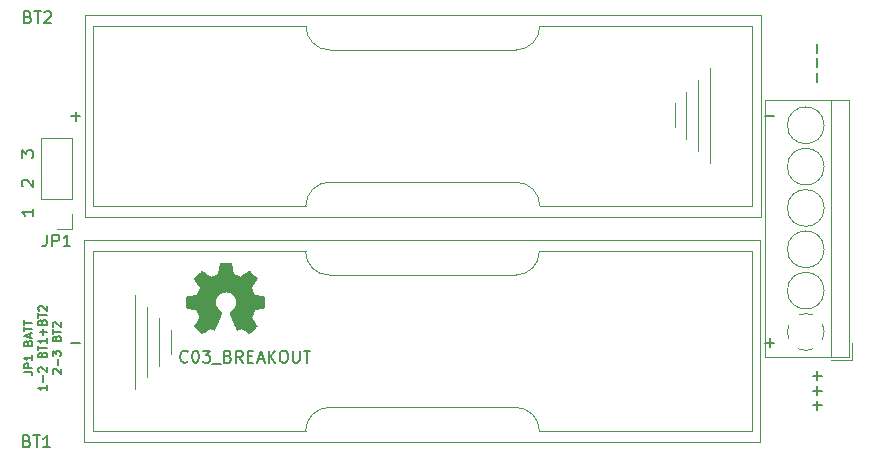
<source format=gbr>
G04 #@! TF.GenerationSoftware,KiCad,Pcbnew,5.1.5-52549c5~86~ubuntu18.04.1*
G04 #@! TF.CreationDate,2020-09-09T16:53:46-05:00*
G04 #@! TF.ProjectId,C03,4330332e-6b69-4636-9164-5f7063625858,rev?*
G04 #@! TF.SameCoordinates,Original*
G04 #@! TF.FileFunction,Legend,Top*
G04 #@! TF.FilePolarity,Positive*
%FSLAX46Y46*%
G04 Gerber Fmt 4.6, Leading zero omitted, Abs format (unit mm)*
G04 Created by KiCad (PCBNEW 5.1.5-52549c5~86~ubuntu18.04.1) date 2020-09-09 16:53:46*
%MOMM*%
%LPD*%
G04 APERTURE LIST*
%ADD10C,0.150000*%
%ADD11C,0.010000*%
%ADD12C,0.120000*%
G04 APERTURE END LIST*
D10*
X87726828Y-26619047D02*
X87726828Y-25857142D01*
X87726828Y-25380952D02*
X87726828Y-24619047D01*
X87726828Y-24142857D02*
X87726828Y-23380952D01*
X87726828Y-54374847D02*
X87726828Y-53612942D01*
X88107780Y-53993895D02*
X87345876Y-53993895D01*
X87726828Y-53136752D02*
X87726828Y-52374847D01*
X88107780Y-52755800D02*
X87345876Y-52755800D01*
X87726828Y-51898657D02*
X87726828Y-51136752D01*
X88107780Y-51517704D02*
X87345876Y-51517704D01*
X34435066Y-50293542D02*
X34387447Y-50341161D01*
X34244590Y-50388780D01*
X34149352Y-50388780D01*
X34006495Y-50341161D01*
X33911257Y-50245923D01*
X33863638Y-50150685D01*
X33816019Y-49960209D01*
X33816019Y-49817352D01*
X33863638Y-49626876D01*
X33911257Y-49531638D01*
X34006495Y-49436400D01*
X34149352Y-49388780D01*
X34244590Y-49388780D01*
X34387447Y-49436400D01*
X34435066Y-49484019D01*
X35054114Y-49388780D02*
X35149352Y-49388780D01*
X35244590Y-49436400D01*
X35292209Y-49484019D01*
X35339828Y-49579257D01*
X35387447Y-49769733D01*
X35387447Y-50007828D01*
X35339828Y-50198304D01*
X35292209Y-50293542D01*
X35244590Y-50341161D01*
X35149352Y-50388780D01*
X35054114Y-50388780D01*
X34958876Y-50341161D01*
X34911257Y-50293542D01*
X34863638Y-50198304D01*
X34816019Y-50007828D01*
X34816019Y-49769733D01*
X34863638Y-49579257D01*
X34911257Y-49484019D01*
X34958876Y-49436400D01*
X35054114Y-49388780D01*
X35720780Y-49388780D02*
X36339828Y-49388780D01*
X36006495Y-49769733D01*
X36149352Y-49769733D01*
X36244590Y-49817352D01*
X36292209Y-49864971D01*
X36339828Y-49960209D01*
X36339828Y-50198304D01*
X36292209Y-50293542D01*
X36244590Y-50341161D01*
X36149352Y-50388780D01*
X35863638Y-50388780D01*
X35768400Y-50341161D01*
X35720780Y-50293542D01*
X36530304Y-50484019D02*
X37292209Y-50484019D01*
X37863638Y-49864971D02*
X38006495Y-49912590D01*
X38054114Y-49960209D01*
X38101733Y-50055447D01*
X38101733Y-50198304D01*
X38054114Y-50293542D01*
X38006495Y-50341161D01*
X37911257Y-50388780D01*
X37530304Y-50388780D01*
X37530304Y-49388780D01*
X37863638Y-49388780D01*
X37958876Y-49436400D01*
X38006495Y-49484019D01*
X38054114Y-49579257D01*
X38054114Y-49674495D01*
X38006495Y-49769733D01*
X37958876Y-49817352D01*
X37863638Y-49864971D01*
X37530304Y-49864971D01*
X39101733Y-50388780D02*
X38768400Y-49912590D01*
X38530304Y-50388780D02*
X38530304Y-49388780D01*
X38911257Y-49388780D01*
X39006495Y-49436400D01*
X39054114Y-49484019D01*
X39101733Y-49579257D01*
X39101733Y-49722114D01*
X39054114Y-49817352D01*
X39006495Y-49864971D01*
X38911257Y-49912590D01*
X38530304Y-49912590D01*
X39530304Y-49864971D02*
X39863638Y-49864971D01*
X40006495Y-50388780D02*
X39530304Y-50388780D01*
X39530304Y-49388780D01*
X40006495Y-49388780D01*
X40387447Y-50103066D02*
X40863638Y-50103066D01*
X40292209Y-50388780D02*
X40625542Y-49388780D01*
X40958876Y-50388780D01*
X41292209Y-50388780D02*
X41292209Y-49388780D01*
X41863638Y-50388780D02*
X41435066Y-49817352D01*
X41863638Y-49388780D02*
X41292209Y-49960209D01*
X42482685Y-49388780D02*
X42673161Y-49388780D01*
X42768400Y-49436400D01*
X42863638Y-49531638D01*
X42911257Y-49722114D01*
X42911257Y-50055447D01*
X42863638Y-50245923D01*
X42768400Y-50341161D01*
X42673161Y-50388780D01*
X42482685Y-50388780D01*
X42387447Y-50341161D01*
X42292209Y-50245923D01*
X42244590Y-50055447D01*
X42244590Y-49722114D01*
X42292209Y-49531638D01*
X42387447Y-49436400D01*
X42482685Y-49388780D01*
X43339828Y-49388780D02*
X43339828Y-50198304D01*
X43387447Y-50293542D01*
X43435066Y-50341161D01*
X43530304Y-50388780D01*
X43720780Y-50388780D01*
X43816019Y-50341161D01*
X43863638Y-50293542D01*
X43911257Y-50198304D01*
X43911257Y-49388780D01*
X44244590Y-49388780D02*
X44816019Y-49388780D01*
X44530304Y-50388780D02*
X44530304Y-49388780D01*
X20590866Y-51182333D02*
X21090866Y-51182333D01*
X21190866Y-51215666D01*
X21257533Y-51282333D01*
X21290866Y-51382333D01*
X21290866Y-51449000D01*
X21290866Y-50849000D02*
X20590866Y-50849000D01*
X20590866Y-50582333D01*
X20624200Y-50515666D01*
X20657533Y-50482333D01*
X20724200Y-50449000D01*
X20824200Y-50449000D01*
X20890866Y-50482333D01*
X20924200Y-50515666D01*
X20957533Y-50582333D01*
X20957533Y-50849000D01*
X21290866Y-49782333D02*
X21290866Y-50182333D01*
X21290866Y-49982333D02*
X20590866Y-49982333D01*
X20690866Y-50049000D01*
X20757533Y-50115666D01*
X20790866Y-50182333D01*
X20924200Y-48715666D02*
X20957533Y-48615666D01*
X20990866Y-48582333D01*
X21057533Y-48549000D01*
X21157533Y-48549000D01*
X21224200Y-48582333D01*
X21257533Y-48615666D01*
X21290866Y-48682333D01*
X21290866Y-48949000D01*
X20590866Y-48949000D01*
X20590866Y-48715666D01*
X20624200Y-48649000D01*
X20657533Y-48615666D01*
X20724200Y-48582333D01*
X20790866Y-48582333D01*
X20857533Y-48615666D01*
X20890866Y-48649000D01*
X20924200Y-48715666D01*
X20924200Y-48949000D01*
X21090866Y-48282333D02*
X21090866Y-47949000D01*
X21290866Y-48349000D02*
X20590866Y-48115666D01*
X21290866Y-47882333D01*
X20590866Y-47749000D02*
X20590866Y-47349000D01*
X21290866Y-47549000D02*
X20590866Y-47549000D01*
X20590866Y-47215666D02*
X20590866Y-46815666D01*
X21290866Y-47015666D02*
X20590866Y-47015666D01*
X22490866Y-52315666D02*
X22490866Y-52715666D01*
X22490866Y-52515666D02*
X21790866Y-52515666D01*
X21890866Y-52582333D01*
X21957533Y-52649000D01*
X21990866Y-52715666D01*
X22224200Y-52015666D02*
X22224200Y-51482333D01*
X21857533Y-51182333D02*
X21824200Y-51149000D01*
X21790866Y-51082333D01*
X21790866Y-50915666D01*
X21824200Y-50849000D01*
X21857533Y-50815666D01*
X21924200Y-50782333D01*
X21990866Y-50782333D01*
X22090866Y-50815666D01*
X22490866Y-51215666D01*
X22490866Y-50782333D01*
X22124200Y-49715666D02*
X22157533Y-49615666D01*
X22190866Y-49582333D01*
X22257533Y-49549000D01*
X22357533Y-49549000D01*
X22424200Y-49582333D01*
X22457533Y-49615666D01*
X22490866Y-49682333D01*
X22490866Y-49949000D01*
X21790866Y-49949000D01*
X21790866Y-49715666D01*
X21824200Y-49649000D01*
X21857533Y-49615666D01*
X21924200Y-49582333D01*
X21990866Y-49582333D01*
X22057533Y-49615666D01*
X22090866Y-49649000D01*
X22124200Y-49715666D01*
X22124200Y-49949000D01*
X21790866Y-49349000D02*
X21790866Y-48949000D01*
X22490866Y-49149000D02*
X21790866Y-49149000D01*
X22490866Y-48349000D02*
X22490866Y-48749000D01*
X22490866Y-48549000D02*
X21790866Y-48549000D01*
X21890866Y-48615666D01*
X21957533Y-48682333D01*
X21990866Y-48749000D01*
X22224200Y-48049000D02*
X22224200Y-47515666D01*
X22490866Y-47782333D02*
X21957533Y-47782333D01*
X22124200Y-46949000D02*
X22157533Y-46849000D01*
X22190866Y-46815666D01*
X22257533Y-46782333D01*
X22357533Y-46782333D01*
X22424200Y-46815666D01*
X22457533Y-46849000D01*
X22490866Y-46915666D01*
X22490866Y-47182333D01*
X21790866Y-47182333D01*
X21790866Y-46949000D01*
X21824200Y-46882333D01*
X21857533Y-46849000D01*
X21924200Y-46815666D01*
X21990866Y-46815666D01*
X22057533Y-46849000D01*
X22090866Y-46882333D01*
X22124200Y-46949000D01*
X22124200Y-47182333D01*
X21790866Y-46582333D02*
X21790866Y-46182333D01*
X22490866Y-46382333D02*
X21790866Y-46382333D01*
X21857533Y-45982333D02*
X21824200Y-45949000D01*
X21790866Y-45882333D01*
X21790866Y-45715666D01*
X21824200Y-45649000D01*
X21857533Y-45615666D01*
X21924200Y-45582333D01*
X21990866Y-45582333D01*
X22090866Y-45615666D01*
X22490866Y-46015666D01*
X22490866Y-45582333D01*
X23057533Y-51332333D02*
X23024200Y-51299000D01*
X22990866Y-51232333D01*
X22990866Y-51065666D01*
X23024200Y-50999000D01*
X23057533Y-50965666D01*
X23124200Y-50932333D01*
X23190866Y-50932333D01*
X23290866Y-50965666D01*
X23690866Y-51365666D01*
X23690866Y-50932333D01*
X23424200Y-50632333D02*
X23424200Y-50099000D01*
X22990866Y-49832333D02*
X22990866Y-49399000D01*
X23257533Y-49632333D01*
X23257533Y-49532333D01*
X23290866Y-49465666D01*
X23324200Y-49432333D01*
X23390866Y-49399000D01*
X23557533Y-49399000D01*
X23624200Y-49432333D01*
X23657533Y-49465666D01*
X23690866Y-49532333D01*
X23690866Y-49732333D01*
X23657533Y-49799000D01*
X23624200Y-49832333D01*
X23324200Y-48332333D02*
X23357533Y-48232333D01*
X23390866Y-48199000D01*
X23457533Y-48165666D01*
X23557533Y-48165666D01*
X23624200Y-48199000D01*
X23657533Y-48232333D01*
X23690866Y-48299000D01*
X23690866Y-48565666D01*
X22990866Y-48565666D01*
X22990866Y-48332333D01*
X23024200Y-48265666D01*
X23057533Y-48232333D01*
X23124200Y-48199000D01*
X23190866Y-48199000D01*
X23257533Y-48232333D01*
X23290866Y-48265666D01*
X23324200Y-48332333D01*
X23324200Y-48565666D01*
X22990866Y-47965666D02*
X22990866Y-47565666D01*
X23690866Y-47765666D02*
X22990866Y-47765666D01*
X23057533Y-47365666D02*
X23024200Y-47332333D01*
X22990866Y-47265666D01*
X22990866Y-47099000D01*
X23024200Y-47032333D01*
X23057533Y-46999000D01*
X23124200Y-46965666D01*
X23190866Y-46965666D01*
X23290866Y-46999000D01*
X23690866Y-47399000D01*
X23690866Y-46965666D01*
X21381980Y-37369476D02*
X21381980Y-37940904D01*
X21381980Y-37655190D02*
X20381980Y-37655190D01*
X20524838Y-37750428D01*
X20620076Y-37845666D01*
X20667695Y-37940904D01*
X20477219Y-35464714D02*
X20429600Y-35417095D01*
X20381980Y-35321857D01*
X20381980Y-35083761D01*
X20429600Y-34988523D01*
X20477219Y-34940904D01*
X20572457Y-34893285D01*
X20667695Y-34893285D01*
X20810552Y-34940904D01*
X21381980Y-35512333D01*
X21381980Y-34893285D01*
X20381980Y-33036142D02*
X20381980Y-32417095D01*
X20762933Y-32750428D01*
X20762933Y-32607571D01*
X20810552Y-32512333D01*
X20858171Y-32464714D01*
X20953409Y-32417095D01*
X21191504Y-32417095D01*
X21286742Y-32464714D01*
X21334361Y-32512333D01*
X21381980Y-32607571D01*
X21381980Y-32893285D01*
X21334361Y-32988523D01*
X21286742Y-33036142D01*
D11*
G36*
X38173214Y-42426931D02*
G01*
X38257035Y-42871555D01*
X38566320Y-42999053D01*
X38875606Y-43126551D01*
X39246646Y-42874246D01*
X39350557Y-42803996D01*
X39444487Y-42741272D01*
X39524052Y-42688938D01*
X39584870Y-42649857D01*
X39622557Y-42626893D01*
X39632821Y-42621942D01*
X39651310Y-42634676D01*
X39690820Y-42669882D01*
X39746922Y-42723062D01*
X39815187Y-42789718D01*
X39891186Y-42865354D01*
X39970492Y-42945472D01*
X40048675Y-43025574D01*
X40121307Y-43101164D01*
X40183959Y-43167745D01*
X40232203Y-43220818D01*
X40261610Y-43255887D01*
X40268641Y-43267623D01*
X40258523Y-43289260D01*
X40230159Y-43336662D01*
X40186529Y-43405193D01*
X40130618Y-43490215D01*
X40065406Y-43587093D01*
X40027619Y-43642350D01*
X39958743Y-43743248D01*
X39897540Y-43834299D01*
X39846978Y-43910970D01*
X39810028Y-43968728D01*
X39789658Y-44003043D01*
X39786597Y-44010254D01*
X39793536Y-44030748D01*
X39812451Y-44078513D01*
X39840487Y-44146832D01*
X39874791Y-44228989D01*
X39912509Y-44318270D01*
X39950787Y-44407958D01*
X39986770Y-44491338D01*
X40017606Y-44561694D01*
X40040439Y-44612310D01*
X40052417Y-44636471D01*
X40053124Y-44637422D01*
X40071931Y-44642036D01*
X40122018Y-44652328D01*
X40198193Y-44667287D01*
X40295265Y-44685901D01*
X40408043Y-44707159D01*
X40473842Y-44719418D01*
X40594350Y-44742362D01*
X40703197Y-44764195D01*
X40794876Y-44783722D01*
X40863881Y-44799748D01*
X40904704Y-44811079D01*
X40912911Y-44814674D01*
X40920948Y-44839006D01*
X40927433Y-44893959D01*
X40932370Y-44973108D01*
X40935764Y-45070026D01*
X40937618Y-45178287D01*
X40937938Y-45291465D01*
X40936727Y-45403135D01*
X40933990Y-45506868D01*
X40929731Y-45596241D01*
X40923955Y-45664826D01*
X40916667Y-45706197D01*
X40912295Y-45714810D01*
X40886164Y-45725133D01*
X40830793Y-45739892D01*
X40753507Y-45757352D01*
X40661630Y-45775780D01*
X40629558Y-45781741D01*
X40474924Y-45810066D01*
X40352775Y-45832876D01*
X40259073Y-45851080D01*
X40189784Y-45865583D01*
X40140871Y-45877292D01*
X40108297Y-45887115D01*
X40088028Y-45895956D01*
X40076026Y-45904724D01*
X40074347Y-45906457D01*
X40057584Y-45934371D01*
X40032014Y-45988695D01*
X40000188Y-46062777D01*
X39964660Y-46149965D01*
X39927983Y-46243608D01*
X39892711Y-46337052D01*
X39861396Y-46423647D01*
X39836593Y-46496740D01*
X39820854Y-46549678D01*
X39816732Y-46575811D01*
X39817076Y-46576726D01*
X39831041Y-46598086D01*
X39862722Y-46645084D01*
X39908791Y-46712827D01*
X39965918Y-46796423D01*
X40030773Y-46890982D01*
X40049243Y-46917854D01*
X40115099Y-47015275D01*
X40173050Y-47104163D01*
X40219938Y-47179412D01*
X40252607Y-47235920D01*
X40267900Y-47268581D01*
X40268641Y-47272593D01*
X40255792Y-47293684D01*
X40220288Y-47335464D01*
X40166693Y-47393445D01*
X40099571Y-47463135D01*
X40023487Y-47540045D01*
X39943004Y-47619683D01*
X39862687Y-47697561D01*
X39787099Y-47769186D01*
X39720805Y-47830070D01*
X39668369Y-47875721D01*
X39634355Y-47901650D01*
X39624945Y-47905883D01*
X39603043Y-47895912D01*
X39558200Y-47869020D01*
X39497721Y-47829736D01*
X39451189Y-47798117D01*
X39366875Y-47740098D01*
X39267026Y-47671784D01*
X39166873Y-47603579D01*
X39113027Y-47567075D01*
X38930771Y-47443800D01*
X38777781Y-47526520D01*
X38708082Y-47562759D01*
X38648814Y-47590926D01*
X38608711Y-47606991D01*
X38598503Y-47609226D01*
X38586229Y-47592722D01*
X38562013Y-47546082D01*
X38527663Y-47473609D01*
X38484988Y-47379606D01*
X38435794Y-47268374D01*
X38381890Y-47144215D01*
X38325084Y-47011432D01*
X38267182Y-46874327D01*
X38209993Y-46737202D01*
X38155324Y-46604358D01*
X38104984Y-46480098D01*
X38060780Y-46368725D01*
X38024519Y-46274539D01*
X37998009Y-46201844D01*
X37983058Y-46154941D01*
X37980654Y-46138833D01*
X37999711Y-46118286D01*
X38041436Y-46084933D01*
X38097106Y-46045702D01*
X38101778Y-46042599D01*
X38245664Y-45927423D01*
X38361683Y-45793053D01*
X38448830Y-45643784D01*
X38506099Y-45483913D01*
X38532486Y-45317737D01*
X38526985Y-45149552D01*
X38488590Y-44983655D01*
X38416295Y-44824342D01*
X38395026Y-44789487D01*
X38284396Y-44648737D01*
X38153702Y-44535714D01*
X38007464Y-44451003D01*
X37850208Y-44395194D01*
X37686457Y-44368874D01*
X37520733Y-44372630D01*
X37357562Y-44407050D01*
X37201465Y-44472723D01*
X37056967Y-44570235D01*
X37012269Y-44609813D01*
X36898512Y-44733703D01*
X36815618Y-44864124D01*
X36758756Y-45010315D01*
X36727087Y-45155088D01*
X36719269Y-45317860D01*
X36745338Y-45481440D01*
X36802645Y-45640298D01*
X36888544Y-45788906D01*
X37000386Y-45921735D01*
X37135523Y-46033256D01*
X37153283Y-46045011D01*
X37209550Y-46083508D01*
X37252323Y-46116863D01*
X37272772Y-46138160D01*
X37273069Y-46138833D01*
X37268679Y-46161871D01*
X37251276Y-46214157D01*
X37222668Y-46291390D01*
X37184665Y-46389268D01*
X37139074Y-46503491D01*
X37087703Y-46629758D01*
X37032362Y-46763767D01*
X36974858Y-46901218D01*
X36917001Y-47037808D01*
X36860598Y-47169237D01*
X36807458Y-47291205D01*
X36759390Y-47399409D01*
X36718201Y-47489549D01*
X36685701Y-47557323D01*
X36663697Y-47598430D01*
X36654836Y-47609226D01*
X36627760Y-47600819D01*
X36577097Y-47578272D01*
X36511583Y-47545613D01*
X36475559Y-47526520D01*
X36322568Y-47443800D01*
X36140312Y-47567075D01*
X36047275Y-47630228D01*
X35945415Y-47699727D01*
X35849962Y-47765165D01*
X35802150Y-47798117D01*
X35734905Y-47843273D01*
X35677964Y-47879057D01*
X35638754Y-47900938D01*
X35626019Y-47905563D01*
X35607483Y-47893085D01*
X35566459Y-47858252D01*
X35506925Y-47804678D01*
X35432858Y-47735983D01*
X35348235Y-47655781D01*
X35294715Y-47604286D01*
X35201081Y-47512286D01*
X35120159Y-47429999D01*
X35055223Y-47360945D01*
X35009542Y-47308644D01*
X34986389Y-47276616D01*
X34984168Y-47270116D01*
X34994476Y-47245394D01*
X35022961Y-47195405D01*
X35066463Y-47125212D01*
X35121823Y-47039875D01*
X35185880Y-46944456D01*
X35204097Y-46917854D01*
X35270473Y-46821167D01*
X35330022Y-46734117D01*
X35379416Y-46661595D01*
X35415325Y-46608493D01*
X35434419Y-46579703D01*
X35436264Y-46576726D01*
X35433505Y-46553782D01*
X35418862Y-46503336D01*
X35394887Y-46432041D01*
X35364134Y-46346547D01*
X35329156Y-46253507D01*
X35292507Y-46159574D01*
X35256739Y-46071399D01*
X35224406Y-45995634D01*
X35198062Y-45938931D01*
X35180258Y-45907943D01*
X35178993Y-45906457D01*
X35168106Y-45897601D01*
X35149718Y-45888843D01*
X35119794Y-45879277D01*
X35074297Y-45867996D01*
X35009191Y-45854093D01*
X34920439Y-45836663D01*
X34804007Y-45814798D01*
X34655858Y-45787591D01*
X34623782Y-45781741D01*
X34528714Y-45763374D01*
X34445835Y-45745405D01*
X34382470Y-45729569D01*
X34345942Y-45717600D01*
X34341044Y-45714810D01*
X34332973Y-45690072D01*
X34326413Y-45634790D01*
X34321367Y-45555389D01*
X34317841Y-45458296D01*
X34315839Y-45349938D01*
X34315364Y-45236740D01*
X34316423Y-45125128D01*
X34319018Y-45021529D01*
X34323154Y-44932368D01*
X34328837Y-44864072D01*
X34336069Y-44823066D01*
X34340429Y-44814674D01*
X34364702Y-44806208D01*
X34419974Y-44792435D01*
X34500738Y-44774550D01*
X34601488Y-44753748D01*
X34716717Y-44731223D01*
X34779498Y-44719418D01*
X34898613Y-44697151D01*
X35004835Y-44676979D01*
X35092973Y-44659915D01*
X35157834Y-44646969D01*
X35194226Y-44639155D01*
X35200216Y-44637422D01*
X35210339Y-44617890D01*
X35231738Y-44570843D01*
X35261561Y-44503003D01*
X35296955Y-44421091D01*
X35335068Y-44331828D01*
X35373047Y-44241935D01*
X35408040Y-44158135D01*
X35437194Y-44087147D01*
X35457657Y-44035694D01*
X35466577Y-44010497D01*
X35466743Y-44009396D01*
X35456631Y-43989519D01*
X35428283Y-43943777D01*
X35384677Y-43876717D01*
X35328794Y-43792884D01*
X35263613Y-43696826D01*
X35225721Y-43641650D01*
X35156675Y-43540481D01*
X35095350Y-43448630D01*
X35044737Y-43370744D01*
X35007829Y-43311469D01*
X34987618Y-43275451D01*
X34984699Y-43267377D01*
X34997247Y-43248584D01*
X35031937Y-43208457D01*
X35084337Y-43151493D01*
X35150016Y-43082185D01*
X35224544Y-43005031D01*
X35303487Y-42924525D01*
X35382417Y-42845163D01*
X35456900Y-42771440D01*
X35522506Y-42707852D01*
X35574804Y-42658894D01*
X35609361Y-42629061D01*
X35620922Y-42621942D01*
X35639746Y-42631953D01*
X35684769Y-42660078D01*
X35751613Y-42703454D01*
X35835901Y-42759218D01*
X35933256Y-42824506D01*
X36006693Y-42874246D01*
X36377733Y-43126551D01*
X36996305Y-42871555D01*
X37080125Y-42426931D01*
X37163946Y-41982307D01*
X38089394Y-41982307D01*
X38173214Y-42426931D01*
G37*
X38173214Y-42426931D02*
X38257035Y-42871555D01*
X38566320Y-42999053D01*
X38875606Y-43126551D01*
X39246646Y-42874246D01*
X39350557Y-42803996D01*
X39444487Y-42741272D01*
X39524052Y-42688938D01*
X39584870Y-42649857D01*
X39622557Y-42626893D01*
X39632821Y-42621942D01*
X39651310Y-42634676D01*
X39690820Y-42669882D01*
X39746922Y-42723062D01*
X39815187Y-42789718D01*
X39891186Y-42865354D01*
X39970492Y-42945472D01*
X40048675Y-43025574D01*
X40121307Y-43101164D01*
X40183959Y-43167745D01*
X40232203Y-43220818D01*
X40261610Y-43255887D01*
X40268641Y-43267623D01*
X40258523Y-43289260D01*
X40230159Y-43336662D01*
X40186529Y-43405193D01*
X40130618Y-43490215D01*
X40065406Y-43587093D01*
X40027619Y-43642350D01*
X39958743Y-43743248D01*
X39897540Y-43834299D01*
X39846978Y-43910970D01*
X39810028Y-43968728D01*
X39789658Y-44003043D01*
X39786597Y-44010254D01*
X39793536Y-44030748D01*
X39812451Y-44078513D01*
X39840487Y-44146832D01*
X39874791Y-44228989D01*
X39912509Y-44318270D01*
X39950787Y-44407958D01*
X39986770Y-44491338D01*
X40017606Y-44561694D01*
X40040439Y-44612310D01*
X40052417Y-44636471D01*
X40053124Y-44637422D01*
X40071931Y-44642036D01*
X40122018Y-44652328D01*
X40198193Y-44667287D01*
X40295265Y-44685901D01*
X40408043Y-44707159D01*
X40473842Y-44719418D01*
X40594350Y-44742362D01*
X40703197Y-44764195D01*
X40794876Y-44783722D01*
X40863881Y-44799748D01*
X40904704Y-44811079D01*
X40912911Y-44814674D01*
X40920948Y-44839006D01*
X40927433Y-44893959D01*
X40932370Y-44973108D01*
X40935764Y-45070026D01*
X40937618Y-45178287D01*
X40937938Y-45291465D01*
X40936727Y-45403135D01*
X40933990Y-45506868D01*
X40929731Y-45596241D01*
X40923955Y-45664826D01*
X40916667Y-45706197D01*
X40912295Y-45714810D01*
X40886164Y-45725133D01*
X40830793Y-45739892D01*
X40753507Y-45757352D01*
X40661630Y-45775780D01*
X40629558Y-45781741D01*
X40474924Y-45810066D01*
X40352775Y-45832876D01*
X40259073Y-45851080D01*
X40189784Y-45865583D01*
X40140871Y-45877292D01*
X40108297Y-45887115D01*
X40088028Y-45895956D01*
X40076026Y-45904724D01*
X40074347Y-45906457D01*
X40057584Y-45934371D01*
X40032014Y-45988695D01*
X40000188Y-46062777D01*
X39964660Y-46149965D01*
X39927983Y-46243608D01*
X39892711Y-46337052D01*
X39861396Y-46423647D01*
X39836593Y-46496740D01*
X39820854Y-46549678D01*
X39816732Y-46575811D01*
X39817076Y-46576726D01*
X39831041Y-46598086D01*
X39862722Y-46645084D01*
X39908791Y-46712827D01*
X39965918Y-46796423D01*
X40030773Y-46890982D01*
X40049243Y-46917854D01*
X40115099Y-47015275D01*
X40173050Y-47104163D01*
X40219938Y-47179412D01*
X40252607Y-47235920D01*
X40267900Y-47268581D01*
X40268641Y-47272593D01*
X40255792Y-47293684D01*
X40220288Y-47335464D01*
X40166693Y-47393445D01*
X40099571Y-47463135D01*
X40023487Y-47540045D01*
X39943004Y-47619683D01*
X39862687Y-47697561D01*
X39787099Y-47769186D01*
X39720805Y-47830070D01*
X39668369Y-47875721D01*
X39634355Y-47901650D01*
X39624945Y-47905883D01*
X39603043Y-47895912D01*
X39558200Y-47869020D01*
X39497721Y-47829736D01*
X39451189Y-47798117D01*
X39366875Y-47740098D01*
X39267026Y-47671784D01*
X39166873Y-47603579D01*
X39113027Y-47567075D01*
X38930771Y-47443800D01*
X38777781Y-47526520D01*
X38708082Y-47562759D01*
X38648814Y-47590926D01*
X38608711Y-47606991D01*
X38598503Y-47609226D01*
X38586229Y-47592722D01*
X38562013Y-47546082D01*
X38527663Y-47473609D01*
X38484988Y-47379606D01*
X38435794Y-47268374D01*
X38381890Y-47144215D01*
X38325084Y-47011432D01*
X38267182Y-46874327D01*
X38209993Y-46737202D01*
X38155324Y-46604358D01*
X38104984Y-46480098D01*
X38060780Y-46368725D01*
X38024519Y-46274539D01*
X37998009Y-46201844D01*
X37983058Y-46154941D01*
X37980654Y-46138833D01*
X37999711Y-46118286D01*
X38041436Y-46084933D01*
X38097106Y-46045702D01*
X38101778Y-46042599D01*
X38245664Y-45927423D01*
X38361683Y-45793053D01*
X38448830Y-45643784D01*
X38506099Y-45483913D01*
X38532486Y-45317737D01*
X38526985Y-45149552D01*
X38488590Y-44983655D01*
X38416295Y-44824342D01*
X38395026Y-44789487D01*
X38284396Y-44648737D01*
X38153702Y-44535714D01*
X38007464Y-44451003D01*
X37850208Y-44395194D01*
X37686457Y-44368874D01*
X37520733Y-44372630D01*
X37357562Y-44407050D01*
X37201465Y-44472723D01*
X37056967Y-44570235D01*
X37012269Y-44609813D01*
X36898512Y-44733703D01*
X36815618Y-44864124D01*
X36758756Y-45010315D01*
X36727087Y-45155088D01*
X36719269Y-45317860D01*
X36745338Y-45481440D01*
X36802645Y-45640298D01*
X36888544Y-45788906D01*
X37000386Y-45921735D01*
X37135523Y-46033256D01*
X37153283Y-46045011D01*
X37209550Y-46083508D01*
X37252323Y-46116863D01*
X37272772Y-46138160D01*
X37273069Y-46138833D01*
X37268679Y-46161871D01*
X37251276Y-46214157D01*
X37222668Y-46291390D01*
X37184665Y-46389268D01*
X37139074Y-46503491D01*
X37087703Y-46629758D01*
X37032362Y-46763767D01*
X36974858Y-46901218D01*
X36917001Y-47037808D01*
X36860598Y-47169237D01*
X36807458Y-47291205D01*
X36759390Y-47399409D01*
X36718201Y-47489549D01*
X36685701Y-47557323D01*
X36663697Y-47598430D01*
X36654836Y-47609226D01*
X36627760Y-47600819D01*
X36577097Y-47578272D01*
X36511583Y-47545613D01*
X36475559Y-47526520D01*
X36322568Y-47443800D01*
X36140312Y-47567075D01*
X36047275Y-47630228D01*
X35945415Y-47699727D01*
X35849962Y-47765165D01*
X35802150Y-47798117D01*
X35734905Y-47843273D01*
X35677964Y-47879057D01*
X35638754Y-47900938D01*
X35626019Y-47905563D01*
X35607483Y-47893085D01*
X35566459Y-47858252D01*
X35506925Y-47804678D01*
X35432858Y-47735983D01*
X35348235Y-47655781D01*
X35294715Y-47604286D01*
X35201081Y-47512286D01*
X35120159Y-47429999D01*
X35055223Y-47360945D01*
X35009542Y-47308644D01*
X34986389Y-47276616D01*
X34984168Y-47270116D01*
X34994476Y-47245394D01*
X35022961Y-47195405D01*
X35066463Y-47125212D01*
X35121823Y-47039875D01*
X35185880Y-46944456D01*
X35204097Y-46917854D01*
X35270473Y-46821167D01*
X35330022Y-46734117D01*
X35379416Y-46661595D01*
X35415325Y-46608493D01*
X35434419Y-46579703D01*
X35436264Y-46576726D01*
X35433505Y-46553782D01*
X35418862Y-46503336D01*
X35394887Y-46432041D01*
X35364134Y-46346547D01*
X35329156Y-46253507D01*
X35292507Y-46159574D01*
X35256739Y-46071399D01*
X35224406Y-45995634D01*
X35198062Y-45938931D01*
X35180258Y-45907943D01*
X35178993Y-45906457D01*
X35168106Y-45897601D01*
X35149718Y-45888843D01*
X35119794Y-45879277D01*
X35074297Y-45867996D01*
X35009191Y-45854093D01*
X34920439Y-45836663D01*
X34804007Y-45814798D01*
X34655858Y-45787591D01*
X34623782Y-45781741D01*
X34528714Y-45763374D01*
X34445835Y-45745405D01*
X34382470Y-45729569D01*
X34345942Y-45717600D01*
X34341044Y-45714810D01*
X34332973Y-45690072D01*
X34326413Y-45634790D01*
X34321367Y-45555389D01*
X34317841Y-45458296D01*
X34315839Y-45349938D01*
X34315364Y-45236740D01*
X34316423Y-45125128D01*
X34319018Y-45021529D01*
X34323154Y-44932368D01*
X34328837Y-44864072D01*
X34336069Y-44823066D01*
X34340429Y-44814674D01*
X34364702Y-44806208D01*
X34419974Y-44792435D01*
X34500738Y-44774550D01*
X34601488Y-44753748D01*
X34716717Y-44731223D01*
X34779498Y-44719418D01*
X34898613Y-44697151D01*
X35004835Y-44676979D01*
X35092973Y-44659915D01*
X35157834Y-44646969D01*
X35194226Y-44639155D01*
X35200216Y-44637422D01*
X35210339Y-44617890D01*
X35231738Y-44570843D01*
X35261561Y-44503003D01*
X35296955Y-44421091D01*
X35335068Y-44331828D01*
X35373047Y-44241935D01*
X35408040Y-44158135D01*
X35437194Y-44087147D01*
X35457657Y-44035694D01*
X35466577Y-44010497D01*
X35466743Y-44009396D01*
X35456631Y-43989519D01*
X35428283Y-43943777D01*
X35384677Y-43876717D01*
X35328794Y-43792884D01*
X35263613Y-43696826D01*
X35225721Y-43641650D01*
X35156675Y-43540481D01*
X35095350Y-43448630D01*
X35044737Y-43370744D01*
X35007829Y-43311469D01*
X34987618Y-43275451D01*
X34984699Y-43267377D01*
X34997247Y-43248584D01*
X35031937Y-43208457D01*
X35084337Y-43151493D01*
X35150016Y-43082185D01*
X35224544Y-43005031D01*
X35303487Y-42924525D01*
X35382417Y-42845163D01*
X35456900Y-42771440D01*
X35522506Y-42707852D01*
X35574804Y-42658894D01*
X35609361Y-42629061D01*
X35620922Y-42621942D01*
X35639746Y-42631953D01*
X35684769Y-42660078D01*
X35751613Y-42703454D01*
X35835901Y-42759218D01*
X35933256Y-42824506D01*
X36006693Y-42874246D01*
X36377733Y-43126551D01*
X36996305Y-42871555D01*
X37080125Y-42426931D01*
X37163946Y-41982307D01*
X38089394Y-41982307D01*
X38173214Y-42426931D01*
D12*
X90666400Y-50200000D02*
X90666400Y-48700000D01*
X88926400Y-50200000D02*
X90666400Y-50200000D01*
X83306400Y-28140000D02*
X90426400Y-28140000D01*
X83306400Y-49960000D02*
X90426400Y-49960000D01*
X90426400Y-49960000D02*
X90426400Y-28140000D01*
X83306400Y-49960000D02*
X83306400Y-28140000D01*
X88866400Y-49960000D02*
X88866400Y-28140000D01*
X88321400Y-30300000D02*
G75*
G03X88321400Y-30300000I-1555000J0D01*
G01*
X88321400Y-33800000D02*
G75*
G03X88321400Y-33800000I-1555000J0D01*
G01*
X88321400Y-37300000D02*
G75*
G03X88321400Y-37300000I-1555000J0D01*
G01*
X88321400Y-40800000D02*
G75*
G03X88321400Y-40800000I-1555000J0D01*
G01*
X88321400Y-44300000D02*
G75*
G03X88321400Y-44300000I-1555000J0D01*
G01*
X88321892Y-47772989D02*
G75*
G02X88198400Y-48408000I-1555492J-27011D01*
G01*
X87374142Y-49232109D02*
G75*
G02X86158400Y-49232000I-607742J1432109D01*
G01*
X85334291Y-48407742D02*
G75*
G02X85334400Y-47192000I1432109J607742D01*
G01*
X86158658Y-46367891D02*
G75*
G02X87374400Y-46368000I607742J-1432109D01*
G01*
X88197785Y-47192413D02*
G75*
G02X88321400Y-47800000I-1431385J-607587D01*
G01*
X24672600Y-39099800D02*
X23342600Y-39099800D01*
X24672600Y-37769800D02*
X24672600Y-39099800D01*
X24672600Y-36499800D02*
X22012600Y-36499800D01*
X22012600Y-36499800D02*
X22012600Y-31359800D01*
X24672600Y-36499800D02*
X24672600Y-31359800D01*
X24672600Y-31359800D02*
X22012600Y-31359800D01*
X62246400Y-35114800D02*
X46446400Y-35114800D01*
X46446400Y-23914800D02*
X62246400Y-23914800D01*
X46446400Y-23914800D02*
G75*
G02X44446400Y-21914800I0J2000000D01*
G01*
X64246400Y-21914800D02*
G75*
G02X62246400Y-23914800I-2000000J0D01*
G01*
X62246400Y-35114800D02*
G75*
G02X64246400Y-37114800I0J-2000000D01*
G01*
X44446400Y-37114800D02*
G75*
G02X46446400Y-35114800I2000000J0D01*
G01*
X64246400Y-37114800D02*
X82246400Y-37114800D01*
X64246400Y-21914800D02*
X82246400Y-21914800D01*
X26446400Y-21914800D02*
X44446400Y-21914800D01*
X82246400Y-21914800D02*
X82246400Y-37114800D01*
X26446400Y-37114800D02*
X44446400Y-37114800D01*
X26446400Y-21914800D02*
X26446400Y-37114800D01*
X25726400Y-20949800D02*
X82966400Y-20949800D01*
X25726400Y-38079800D02*
X25726400Y-20949800D01*
X82966400Y-38079800D02*
X25726400Y-38079800D01*
X82966400Y-20949800D02*
X82966400Y-38079800D01*
X75656400Y-28454800D02*
X75656400Y-30454800D01*
X78656400Y-25454800D02*
X78656400Y-33454800D01*
X77656400Y-32454800D02*
X77656400Y-26454800D01*
X76656400Y-27454800D02*
X76656400Y-31454800D01*
X32004800Y-50645200D02*
X32004800Y-46645200D01*
X31004800Y-45645200D02*
X31004800Y-51645200D01*
X30004800Y-52645200D02*
X30004800Y-44645200D01*
X33004800Y-49645200D02*
X33004800Y-47645200D01*
X25694800Y-57150200D02*
X25694800Y-40020200D01*
X25694800Y-40020200D02*
X82934800Y-40020200D01*
X82934800Y-40020200D02*
X82934800Y-57150200D01*
X82934800Y-57150200D02*
X25694800Y-57150200D01*
X82214800Y-56185200D02*
X82214800Y-40985200D01*
X82214800Y-40985200D02*
X64214800Y-40985200D01*
X26414800Y-56185200D02*
X26414800Y-40985200D01*
X82214800Y-56185200D02*
X64214800Y-56185200D01*
X44414800Y-56185200D02*
X26414800Y-56185200D01*
X44414800Y-40985200D02*
X26414800Y-40985200D01*
X64214800Y-40985200D02*
G75*
G02X62214800Y-42985200I-2000000J0D01*
G01*
X46414800Y-42985200D02*
G75*
G02X44414800Y-40985200I0J2000000D01*
G01*
X44414800Y-56185200D02*
G75*
G02X46414800Y-54185200I2000000J0D01*
G01*
X62214800Y-54185200D02*
G75*
G02X64214800Y-56185200I0J-2000000D01*
G01*
X62214800Y-54185200D02*
X46414800Y-54185200D01*
X46414800Y-42985200D02*
X62214800Y-42985200D01*
D10*
X22509266Y-39552180D02*
X22509266Y-40266466D01*
X22461647Y-40409323D01*
X22366409Y-40504561D01*
X22223552Y-40552180D01*
X22128314Y-40552180D01*
X22985457Y-40552180D02*
X22985457Y-39552180D01*
X23366409Y-39552180D01*
X23461647Y-39599800D01*
X23509266Y-39647419D01*
X23556885Y-39742657D01*
X23556885Y-39885514D01*
X23509266Y-39980752D01*
X23461647Y-40028371D01*
X23366409Y-40075990D01*
X22985457Y-40075990D01*
X24509266Y-40552180D02*
X23937838Y-40552180D01*
X24223552Y-40552180D02*
X24223552Y-39552180D01*
X24128314Y-39695038D01*
X24033076Y-39790276D01*
X23937838Y-39837895D01*
X20931285Y-21112171D02*
X21074142Y-21159790D01*
X21121761Y-21207409D01*
X21169380Y-21302647D01*
X21169380Y-21445504D01*
X21121761Y-21540742D01*
X21074142Y-21588361D01*
X20978904Y-21635980D01*
X20597952Y-21635980D01*
X20597952Y-20635980D01*
X20931285Y-20635980D01*
X21026523Y-20683600D01*
X21074142Y-20731219D01*
X21121761Y-20826457D01*
X21121761Y-20921695D01*
X21074142Y-21016933D01*
X21026523Y-21064552D01*
X20931285Y-21112171D01*
X20597952Y-21112171D01*
X21455095Y-20635980D02*
X22026523Y-20635980D01*
X21740809Y-21635980D02*
X21740809Y-20635980D01*
X22312238Y-20731219D02*
X22359857Y-20683600D01*
X22455095Y-20635980D01*
X22693190Y-20635980D01*
X22788428Y-20683600D01*
X22836047Y-20731219D01*
X22883666Y-20826457D01*
X22883666Y-20921695D01*
X22836047Y-21064552D01*
X22264619Y-21635980D01*
X22883666Y-21635980D01*
X83335447Y-29526228D02*
X84097352Y-29526228D01*
X24565447Y-29526228D02*
X25327352Y-29526228D01*
X24946400Y-29907180D02*
X24946400Y-29145276D01*
X20829685Y-57027771D02*
X20972542Y-57075390D01*
X21020161Y-57123009D01*
X21067780Y-57218247D01*
X21067780Y-57361104D01*
X21020161Y-57456342D01*
X20972542Y-57503961D01*
X20877304Y-57551580D01*
X20496352Y-57551580D01*
X20496352Y-56551580D01*
X20829685Y-56551580D01*
X20924923Y-56599200D01*
X20972542Y-56646819D01*
X21020161Y-56742057D01*
X21020161Y-56837295D01*
X20972542Y-56932533D01*
X20924923Y-56980152D01*
X20829685Y-57027771D01*
X20496352Y-57027771D01*
X21353495Y-56551580D02*
X21924923Y-56551580D01*
X21639209Y-57551580D02*
X21639209Y-56551580D01*
X22782066Y-57551580D02*
X22210638Y-57551580D01*
X22496352Y-57551580D02*
X22496352Y-56551580D01*
X22401114Y-56694438D01*
X22305876Y-56789676D01*
X22210638Y-56837295D01*
X83333847Y-48716628D02*
X84095752Y-48716628D01*
X83714800Y-49097580D02*
X83714800Y-48335676D01*
X24563847Y-48716628D02*
X25325752Y-48716628D01*
M02*

</source>
